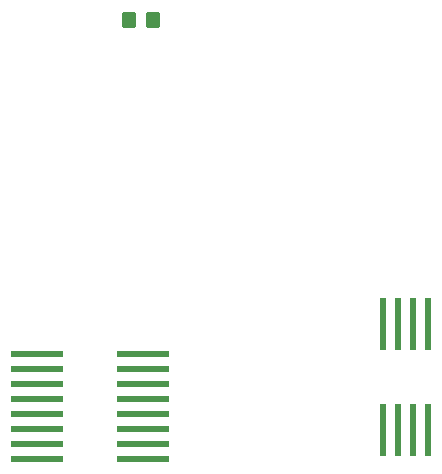
<source format=gtp>
%TF.GenerationSoftware,KiCad,Pcbnew,(6.0.7)*%
%TF.CreationDate,2022-11-12T16:25:49+00:00*%
%TF.ProjectId,pico-euro,7069636f-2d65-4757-926f-2e6b69636164,rev?*%
%TF.SameCoordinates,Original*%
%TF.FileFunction,Paste,Top*%
%TF.FilePolarity,Positive*%
%FSLAX46Y46*%
G04 Gerber Fmt 4.6, Leading zero omitted, Abs format (unit mm)*
G04 Created by KiCad (PCBNEW (6.0.7)) date 2022-11-12 16:25:49*
%MOMM*%
%LPD*%
G01*
G04 APERTURE LIST*
G04 Aperture macros list*
%AMRoundRect*
0 Rectangle with rounded corners*
0 $1 Rounding radius*
0 $2 $3 $4 $5 $6 $7 $8 $9 X,Y pos of 4 corners*
0 Add a 4 corners polygon primitive as box body*
4,1,4,$2,$3,$4,$5,$6,$7,$8,$9,$2,$3,0*
0 Add four circle primitives for the rounded corners*
1,1,$1+$1,$2,$3*
1,1,$1+$1,$4,$5*
1,1,$1+$1,$6,$7*
1,1,$1+$1,$8,$9*
0 Add four rect primitives between the rounded corners*
20,1,$1+$1,$2,$3,$4,$5,0*
20,1,$1+$1,$4,$5,$6,$7,0*
20,1,$1+$1,$6,$7,$8,$9,0*
20,1,$1+$1,$8,$9,$2,$3,0*%
G04 Aperture macros list end*
%ADD10R,0.600000X4.500000*%
%ADD11RoundRect,0.250000X-0.350000X-0.450000X0.350000X-0.450000X0.350000X0.450000X-0.350000X0.450000X0*%
%ADD12R,4.500000X0.600000*%
G04 APERTURE END LIST*
D10*
%TO.C,J30*%
X163195000Y-116150000D03*
X161925000Y-116150000D03*
X160655000Y-116150000D03*
X159385000Y-116150000D03*
X159385000Y-125150000D03*
X160655000Y-125150000D03*
X161925000Y-125150000D03*
X163195000Y-125150000D03*
%TD*%
D11*
%TO.C,R1*%
X137938000Y-90424000D03*
X139938000Y-90424000D03*
%TD*%
D12*
%TO.C,J26*%
X130120000Y-118745000D03*
X130120000Y-120015000D03*
X130120000Y-121285000D03*
X130120000Y-122555000D03*
X130120000Y-123825000D03*
X130120000Y-125095000D03*
X130120000Y-126365000D03*
X130120000Y-127635000D03*
X139120000Y-127635000D03*
X139120000Y-126365000D03*
X139120000Y-125095000D03*
X139120000Y-123825000D03*
X139120000Y-122555000D03*
X139120000Y-121285000D03*
X139120000Y-120015000D03*
X139120000Y-118745000D03*
%TD*%
M02*

</source>
